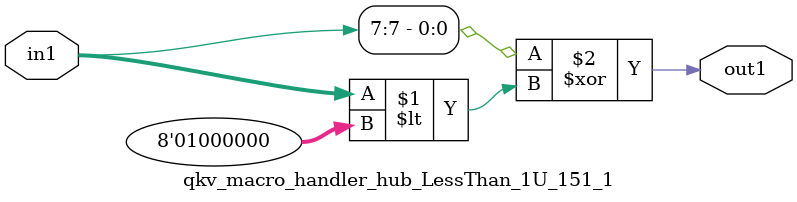
<source format=v>

`timescale 1ps / 1ps


module qkv_macro_handler_hub_LessThan_1U_151_1( in1, out1 );

    input [7:0] in1;
    output out1;

    
    // rtl_process:qkv_macro_handler_hub_LessThan_1U_151_1/qkv_macro_handler_hub_LessThan_1U_151_1_thread_1
    assign out1 = (in1[7] ^ in1 < 8'd064);

endmodule


</source>
